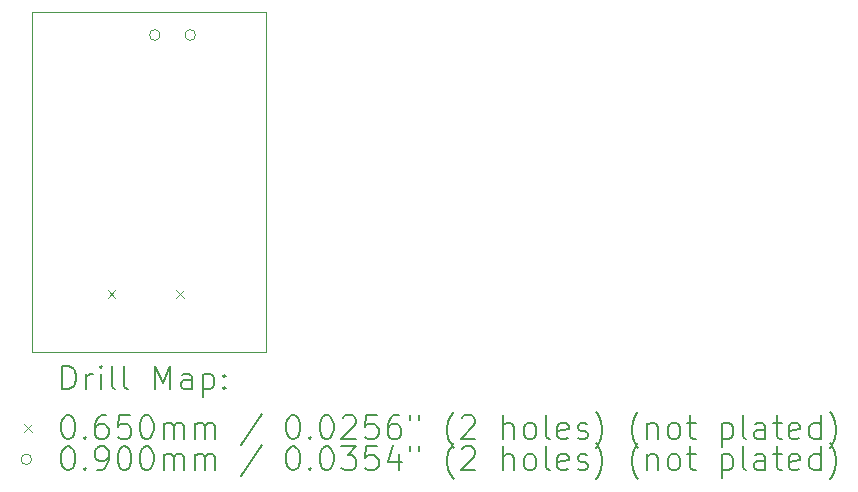
<source format=gbr>
%TF.GenerationSoftware,KiCad,Pcbnew,7.0.9-7.0.9~ubuntu22.04.1*%
%TF.CreationDate,2023-12-12T12:02:19+02:00*%
%TF.ProjectId,Haply_EE,4861706c-795f-4454-952e-6b696361645f,rev?*%
%TF.SameCoordinates,Original*%
%TF.FileFunction,Drillmap*%
%TF.FilePolarity,Positive*%
%FSLAX45Y45*%
G04 Gerber Fmt 4.5, Leading zero omitted, Abs format (unit mm)*
G04 Created by KiCad (PCBNEW 7.0.9-7.0.9~ubuntu22.04.1) date 2023-12-12 12:02:19*
%MOMM*%
%LPD*%
G01*
G04 APERTURE LIST*
%ADD10C,0.100000*%
%ADD11C,0.200000*%
G04 APERTURE END LIST*
D10*
X12200000Y-12325000D02*
X14175000Y-12325000D01*
X12225000Y-9450000D02*
X12200000Y-9450000D01*
X14175000Y-12325000D02*
X14175000Y-9450000D01*
X14175000Y-9450000D02*
X12225000Y-9450000D01*
X12200000Y-12325000D02*
X12200000Y-9450000D01*
D11*
D10*
X12838700Y-11803100D02*
X12903700Y-11868100D01*
X12903700Y-11803100D02*
X12838700Y-11868100D01*
X13416700Y-11803100D02*
X13481700Y-11868100D01*
X13481700Y-11803100D02*
X13416700Y-11868100D01*
X13282500Y-9641500D02*
G75*
G03*
X13282500Y-9641500I-45000J0D01*
G01*
X13582500Y-9641500D02*
G75*
G03*
X13582500Y-9641500I-45000J0D01*
G01*
D11*
X12455777Y-12641484D02*
X12455777Y-12441484D01*
X12455777Y-12441484D02*
X12503396Y-12441484D01*
X12503396Y-12441484D02*
X12531967Y-12451008D01*
X12531967Y-12451008D02*
X12551015Y-12470055D01*
X12551015Y-12470055D02*
X12560539Y-12489103D01*
X12560539Y-12489103D02*
X12570062Y-12527198D01*
X12570062Y-12527198D02*
X12570062Y-12555769D01*
X12570062Y-12555769D02*
X12560539Y-12593865D01*
X12560539Y-12593865D02*
X12551015Y-12612912D01*
X12551015Y-12612912D02*
X12531967Y-12631960D01*
X12531967Y-12631960D02*
X12503396Y-12641484D01*
X12503396Y-12641484D02*
X12455777Y-12641484D01*
X12655777Y-12641484D02*
X12655777Y-12508150D01*
X12655777Y-12546246D02*
X12665301Y-12527198D01*
X12665301Y-12527198D02*
X12674824Y-12517674D01*
X12674824Y-12517674D02*
X12693872Y-12508150D01*
X12693872Y-12508150D02*
X12712920Y-12508150D01*
X12779586Y-12641484D02*
X12779586Y-12508150D01*
X12779586Y-12441484D02*
X12770062Y-12451008D01*
X12770062Y-12451008D02*
X12779586Y-12460531D01*
X12779586Y-12460531D02*
X12789110Y-12451008D01*
X12789110Y-12451008D02*
X12779586Y-12441484D01*
X12779586Y-12441484D02*
X12779586Y-12460531D01*
X12903396Y-12641484D02*
X12884348Y-12631960D01*
X12884348Y-12631960D02*
X12874824Y-12612912D01*
X12874824Y-12612912D02*
X12874824Y-12441484D01*
X13008158Y-12641484D02*
X12989110Y-12631960D01*
X12989110Y-12631960D02*
X12979586Y-12612912D01*
X12979586Y-12612912D02*
X12979586Y-12441484D01*
X13236729Y-12641484D02*
X13236729Y-12441484D01*
X13236729Y-12441484D02*
X13303396Y-12584341D01*
X13303396Y-12584341D02*
X13370062Y-12441484D01*
X13370062Y-12441484D02*
X13370062Y-12641484D01*
X13551015Y-12641484D02*
X13551015Y-12536722D01*
X13551015Y-12536722D02*
X13541491Y-12517674D01*
X13541491Y-12517674D02*
X13522443Y-12508150D01*
X13522443Y-12508150D02*
X13484348Y-12508150D01*
X13484348Y-12508150D02*
X13465301Y-12517674D01*
X13551015Y-12631960D02*
X13531967Y-12641484D01*
X13531967Y-12641484D02*
X13484348Y-12641484D01*
X13484348Y-12641484D02*
X13465301Y-12631960D01*
X13465301Y-12631960D02*
X13455777Y-12612912D01*
X13455777Y-12612912D02*
X13455777Y-12593865D01*
X13455777Y-12593865D02*
X13465301Y-12574817D01*
X13465301Y-12574817D02*
X13484348Y-12565293D01*
X13484348Y-12565293D02*
X13531967Y-12565293D01*
X13531967Y-12565293D02*
X13551015Y-12555769D01*
X13646253Y-12508150D02*
X13646253Y-12708150D01*
X13646253Y-12517674D02*
X13665301Y-12508150D01*
X13665301Y-12508150D02*
X13703396Y-12508150D01*
X13703396Y-12508150D02*
X13722443Y-12517674D01*
X13722443Y-12517674D02*
X13731967Y-12527198D01*
X13731967Y-12527198D02*
X13741491Y-12546246D01*
X13741491Y-12546246D02*
X13741491Y-12603388D01*
X13741491Y-12603388D02*
X13731967Y-12622436D01*
X13731967Y-12622436D02*
X13722443Y-12631960D01*
X13722443Y-12631960D02*
X13703396Y-12641484D01*
X13703396Y-12641484D02*
X13665301Y-12641484D01*
X13665301Y-12641484D02*
X13646253Y-12631960D01*
X13827205Y-12622436D02*
X13836729Y-12631960D01*
X13836729Y-12631960D02*
X13827205Y-12641484D01*
X13827205Y-12641484D02*
X13817682Y-12631960D01*
X13817682Y-12631960D02*
X13827205Y-12622436D01*
X13827205Y-12622436D02*
X13827205Y-12641484D01*
X13827205Y-12517674D02*
X13836729Y-12527198D01*
X13836729Y-12527198D02*
X13827205Y-12536722D01*
X13827205Y-12536722D02*
X13817682Y-12527198D01*
X13817682Y-12527198D02*
X13827205Y-12517674D01*
X13827205Y-12517674D02*
X13827205Y-12536722D01*
D10*
X12130000Y-12937500D02*
X12195000Y-13002500D01*
X12195000Y-12937500D02*
X12130000Y-13002500D01*
D11*
X12493872Y-12861484D02*
X12512920Y-12861484D01*
X12512920Y-12861484D02*
X12531967Y-12871008D01*
X12531967Y-12871008D02*
X12541491Y-12880531D01*
X12541491Y-12880531D02*
X12551015Y-12899579D01*
X12551015Y-12899579D02*
X12560539Y-12937674D01*
X12560539Y-12937674D02*
X12560539Y-12985293D01*
X12560539Y-12985293D02*
X12551015Y-13023388D01*
X12551015Y-13023388D02*
X12541491Y-13042436D01*
X12541491Y-13042436D02*
X12531967Y-13051960D01*
X12531967Y-13051960D02*
X12512920Y-13061484D01*
X12512920Y-13061484D02*
X12493872Y-13061484D01*
X12493872Y-13061484D02*
X12474824Y-13051960D01*
X12474824Y-13051960D02*
X12465301Y-13042436D01*
X12465301Y-13042436D02*
X12455777Y-13023388D01*
X12455777Y-13023388D02*
X12446253Y-12985293D01*
X12446253Y-12985293D02*
X12446253Y-12937674D01*
X12446253Y-12937674D02*
X12455777Y-12899579D01*
X12455777Y-12899579D02*
X12465301Y-12880531D01*
X12465301Y-12880531D02*
X12474824Y-12871008D01*
X12474824Y-12871008D02*
X12493872Y-12861484D01*
X12646253Y-13042436D02*
X12655777Y-13051960D01*
X12655777Y-13051960D02*
X12646253Y-13061484D01*
X12646253Y-13061484D02*
X12636729Y-13051960D01*
X12636729Y-13051960D02*
X12646253Y-13042436D01*
X12646253Y-13042436D02*
X12646253Y-13061484D01*
X12827205Y-12861484D02*
X12789110Y-12861484D01*
X12789110Y-12861484D02*
X12770062Y-12871008D01*
X12770062Y-12871008D02*
X12760539Y-12880531D01*
X12760539Y-12880531D02*
X12741491Y-12909103D01*
X12741491Y-12909103D02*
X12731967Y-12947198D01*
X12731967Y-12947198D02*
X12731967Y-13023388D01*
X12731967Y-13023388D02*
X12741491Y-13042436D01*
X12741491Y-13042436D02*
X12751015Y-13051960D01*
X12751015Y-13051960D02*
X12770062Y-13061484D01*
X12770062Y-13061484D02*
X12808158Y-13061484D01*
X12808158Y-13061484D02*
X12827205Y-13051960D01*
X12827205Y-13051960D02*
X12836729Y-13042436D01*
X12836729Y-13042436D02*
X12846253Y-13023388D01*
X12846253Y-13023388D02*
X12846253Y-12975769D01*
X12846253Y-12975769D02*
X12836729Y-12956722D01*
X12836729Y-12956722D02*
X12827205Y-12947198D01*
X12827205Y-12947198D02*
X12808158Y-12937674D01*
X12808158Y-12937674D02*
X12770062Y-12937674D01*
X12770062Y-12937674D02*
X12751015Y-12947198D01*
X12751015Y-12947198D02*
X12741491Y-12956722D01*
X12741491Y-12956722D02*
X12731967Y-12975769D01*
X13027205Y-12861484D02*
X12931967Y-12861484D01*
X12931967Y-12861484D02*
X12922443Y-12956722D01*
X12922443Y-12956722D02*
X12931967Y-12947198D01*
X12931967Y-12947198D02*
X12951015Y-12937674D01*
X12951015Y-12937674D02*
X12998634Y-12937674D01*
X12998634Y-12937674D02*
X13017682Y-12947198D01*
X13017682Y-12947198D02*
X13027205Y-12956722D01*
X13027205Y-12956722D02*
X13036729Y-12975769D01*
X13036729Y-12975769D02*
X13036729Y-13023388D01*
X13036729Y-13023388D02*
X13027205Y-13042436D01*
X13027205Y-13042436D02*
X13017682Y-13051960D01*
X13017682Y-13051960D02*
X12998634Y-13061484D01*
X12998634Y-13061484D02*
X12951015Y-13061484D01*
X12951015Y-13061484D02*
X12931967Y-13051960D01*
X12931967Y-13051960D02*
X12922443Y-13042436D01*
X13160539Y-12861484D02*
X13179586Y-12861484D01*
X13179586Y-12861484D02*
X13198634Y-12871008D01*
X13198634Y-12871008D02*
X13208158Y-12880531D01*
X13208158Y-12880531D02*
X13217682Y-12899579D01*
X13217682Y-12899579D02*
X13227205Y-12937674D01*
X13227205Y-12937674D02*
X13227205Y-12985293D01*
X13227205Y-12985293D02*
X13217682Y-13023388D01*
X13217682Y-13023388D02*
X13208158Y-13042436D01*
X13208158Y-13042436D02*
X13198634Y-13051960D01*
X13198634Y-13051960D02*
X13179586Y-13061484D01*
X13179586Y-13061484D02*
X13160539Y-13061484D01*
X13160539Y-13061484D02*
X13141491Y-13051960D01*
X13141491Y-13051960D02*
X13131967Y-13042436D01*
X13131967Y-13042436D02*
X13122443Y-13023388D01*
X13122443Y-13023388D02*
X13112920Y-12985293D01*
X13112920Y-12985293D02*
X13112920Y-12937674D01*
X13112920Y-12937674D02*
X13122443Y-12899579D01*
X13122443Y-12899579D02*
X13131967Y-12880531D01*
X13131967Y-12880531D02*
X13141491Y-12871008D01*
X13141491Y-12871008D02*
X13160539Y-12861484D01*
X13312920Y-13061484D02*
X13312920Y-12928150D01*
X13312920Y-12947198D02*
X13322443Y-12937674D01*
X13322443Y-12937674D02*
X13341491Y-12928150D01*
X13341491Y-12928150D02*
X13370063Y-12928150D01*
X13370063Y-12928150D02*
X13389110Y-12937674D01*
X13389110Y-12937674D02*
X13398634Y-12956722D01*
X13398634Y-12956722D02*
X13398634Y-13061484D01*
X13398634Y-12956722D02*
X13408158Y-12937674D01*
X13408158Y-12937674D02*
X13427205Y-12928150D01*
X13427205Y-12928150D02*
X13455777Y-12928150D01*
X13455777Y-12928150D02*
X13474824Y-12937674D01*
X13474824Y-12937674D02*
X13484348Y-12956722D01*
X13484348Y-12956722D02*
X13484348Y-13061484D01*
X13579586Y-13061484D02*
X13579586Y-12928150D01*
X13579586Y-12947198D02*
X13589110Y-12937674D01*
X13589110Y-12937674D02*
X13608158Y-12928150D01*
X13608158Y-12928150D02*
X13636729Y-12928150D01*
X13636729Y-12928150D02*
X13655777Y-12937674D01*
X13655777Y-12937674D02*
X13665301Y-12956722D01*
X13665301Y-12956722D02*
X13665301Y-13061484D01*
X13665301Y-12956722D02*
X13674824Y-12937674D01*
X13674824Y-12937674D02*
X13693872Y-12928150D01*
X13693872Y-12928150D02*
X13722443Y-12928150D01*
X13722443Y-12928150D02*
X13741491Y-12937674D01*
X13741491Y-12937674D02*
X13751015Y-12956722D01*
X13751015Y-12956722D02*
X13751015Y-13061484D01*
X14141491Y-12851960D02*
X13970063Y-13109103D01*
X14398634Y-12861484D02*
X14417682Y-12861484D01*
X14417682Y-12861484D02*
X14436729Y-12871008D01*
X14436729Y-12871008D02*
X14446253Y-12880531D01*
X14446253Y-12880531D02*
X14455777Y-12899579D01*
X14455777Y-12899579D02*
X14465301Y-12937674D01*
X14465301Y-12937674D02*
X14465301Y-12985293D01*
X14465301Y-12985293D02*
X14455777Y-13023388D01*
X14455777Y-13023388D02*
X14446253Y-13042436D01*
X14446253Y-13042436D02*
X14436729Y-13051960D01*
X14436729Y-13051960D02*
X14417682Y-13061484D01*
X14417682Y-13061484D02*
X14398634Y-13061484D01*
X14398634Y-13061484D02*
X14379586Y-13051960D01*
X14379586Y-13051960D02*
X14370063Y-13042436D01*
X14370063Y-13042436D02*
X14360539Y-13023388D01*
X14360539Y-13023388D02*
X14351015Y-12985293D01*
X14351015Y-12985293D02*
X14351015Y-12937674D01*
X14351015Y-12937674D02*
X14360539Y-12899579D01*
X14360539Y-12899579D02*
X14370063Y-12880531D01*
X14370063Y-12880531D02*
X14379586Y-12871008D01*
X14379586Y-12871008D02*
X14398634Y-12861484D01*
X14551015Y-13042436D02*
X14560539Y-13051960D01*
X14560539Y-13051960D02*
X14551015Y-13061484D01*
X14551015Y-13061484D02*
X14541491Y-13051960D01*
X14541491Y-13051960D02*
X14551015Y-13042436D01*
X14551015Y-13042436D02*
X14551015Y-13061484D01*
X14684348Y-12861484D02*
X14703396Y-12861484D01*
X14703396Y-12861484D02*
X14722444Y-12871008D01*
X14722444Y-12871008D02*
X14731967Y-12880531D01*
X14731967Y-12880531D02*
X14741491Y-12899579D01*
X14741491Y-12899579D02*
X14751015Y-12937674D01*
X14751015Y-12937674D02*
X14751015Y-12985293D01*
X14751015Y-12985293D02*
X14741491Y-13023388D01*
X14741491Y-13023388D02*
X14731967Y-13042436D01*
X14731967Y-13042436D02*
X14722444Y-13051960D01*
X14722444Y-13051960D02*
X14703396Y-13061484D01*
X14703396Y-13061484D02*
X14684348Y-13061484D01*
X14684348Y-13061484D02*
X14665301Y-13051960D01*
X14665301Y-13051960D02*
X14655777Y-13042436D01*
X14655777Y-13042436D02*
X14646253Y-13023388D01*
X14646253Y-13023388D02*
X14636729Y-12985293D01*
X14636729Y-12985293D02*
X14636729Y-12937674D01*
X14636729Y-12937674D02*
X14646253Y-12899579D01*
X14646253Y-12899579D02*
X14655777Y-12880531D01*
X14655777Y-12880531D02*
X14665301Y-12871008D01*
X14665301Y-12871008D02*
X14684348Y-12861484D01*
X14827206Y-12880531D02*
X14836729Y-12871008D01*
X14836729Y-12871008D02*
X14855777Y-12861484D01*
X14855777Y-12861484D02*
X14903396Y-12861484D01*
X14903396Y-12861484D02*
X14922444Y-12871008D01*
X14922444Y-12871008D02*
X14931967Y-12880531D01*
X14931967Y-12880531D02*
X14941491Y-12899579D01*
X14941491Y-12899579D02*
X14941491Y-12918627D01*
X14941491Y-12918627D02*
X14931967Y-12947198D01*
X14931967Y-12947198D02*
X14817682Y-13061484D01*
X14817682Y-13061484D02*
X14941491Y-13061484D01*
X15122444Y-12861484D02*
X15027206Y-12861484D01*
X15027206Y-12861484D02*
X15017682Y-12956722D01*
X15017682Y-12956722D02*
X15027206Y-12947198D01*
X15027206Y-12947198D02*
X15046253Y-12937674D01*
X15046253Y-12937674D02*
X15093872Y-12937674D01*
X15093872Y-12937674D02*
X15112920Y-12947198D01*
X15112920Y-12947198D02*
X15122444Y-12956722D01*
X15122444Y-12956722D02*
X15131967Y-12975769D01*
X15131967Y-12975769D02*
X15131967Y-13023388D01*
X15131967Y-13023388D02*
X15122444Y-13042436D01*
X15122444Y-13042436D02*
X15112920Y-13051960D01*
X15112920Y-13051960D02*
X15093872Y-13061484D01*
X15093872Y-13061484D02*
X15046253Y-13061484D01*
X15046253Y-13061484D02*
X15027206Y-13051960D01*
X15027206Y-13051960D02*
X15017682Y-13042436D01*
X15303396Y-12861484D02*
X15265301Y-12861484D01*
X15265301Y-12861484D02*
X15246253Y-12871008D01*
X15246253Y-12871008D02*
X15236729Y-12880531D01*
X15236729Y-12880531D02*
X15217682Y-12909103D01*
X15217682Y-12909103D02*
X15208158Y-12947198D01*
X15208158Y-12947198D02*
X15208158Y-13023388D01*
X15208158Y-13023388D02*
X15217682Y-13042436D01*
X15217682Y-13042436D02*
X15227206Y-13051960D01*
X15227206Y-13051960D02*
X15246253Y-13061484D01*
X15246253Y-13061484D02*
X15284348Y-13061484D01*
X15284348Y-13061484D02*
X15303396Y-13051960D01*
X15303396Y-13051960D02*
X15312920Y-13042436D01*
X15312920Y-13042436D02*
X15322444Y-13023388D01*
X15322444Y-13023388D02*
X15322444Y-12975769D01*
X15322444Y-12975769D02*
X15312920Y-12956722D01*
X15312920Y-12956722D02*
X15303396Y-12947198D01*
X15303396Y-12947198D02*
X15284348Y-12937674D01*
X15284348Y-12937674D02*
X15246253Y-12937674D01*
X15246253Y-12937674D02*
X15227206Y-12947198D01*
X15227206Y-12947198D02*
X15217682Y-12956722D01*
X15217682Y-12956722D02*
X15208158Y-12975769D01*
X15398634Y-12861484D02*
X15398634Y-12899579D01*
X15474825Y-12861484D02*
X15474825Y-12899579D01*
X15770063Y-13137674D02*
X15760539Y-13128150D01*
X15760539Y-13128150D02*
X15741491Y-13099579D01*
X15741491Y-13099579D02*
X15731968Y-13080531D01*
X15731968Y-13080531D02*
X15722444Y-13051960D01*
X15722444Y-13051960D02*
X15712920Y-13004341D01*
X15712920Y-13004341D02*
X15712920Y-12966246D01*
X15712920Y-12966246D02*
X15722444Y-12918627D01*
X15722444Y-12918627D02*
X15731968Y-12890055D01*
X15731968Y-12890055D02*
X15741491Y-12871008D01*
X15741491Y-12871008D02*
X15760539Y-12842436D01*
X15760539Y-12842436D02*
X15770063Y-12832912D01*
X15836729Y-12880531D02*
X15846253Y-12871008D01*
X15846253Y-12871008D02*
X15865301Y-12861484D01*
X15865301Y-12861484D02*
X15912920Y-12861484D01*
X15912920Y-12861484D02*
X15931968Y-12871008D01*
X15931968Y-12871008D02*
X15941491Y-12880531D01*
X15941491Y-12880531D02*
X15951015Y-12899579D01*
X15951015Y-12899579D02*
X15951015Y-12918627D01*
X15951015Y-12918627D02*
X15941491Y-12947198D01*
X15941491Y-12947198D02*
X15827206Y-13061484D01*
X15827206Y-13061484D02*
X15951015Y-13061484D01*
X16189110Y-13061484D02*
X16189110Y-12861484D01*
X16274825Y-13061484D02*
X16274825Y-12956722D01*
X16274825Y-12956722D02*
X16265301Y-12937674D01*
X16265301Y-12937674D02*
X16246253Y-12928150D01*
X16246253Y-12928150D02*
X16217682Y-12928150D01*
X16217682Y-12928150D02*
X16198634Y-12937674D01*
X16198634Y-12937674D02*
X16189110Y-12947198D01*
X16398634Y-13061484D02*
X16379587Y-13051960D01*
X16379587Y-13051960D02*
X16370063Y-13042436D01*
X16370063Y-13042436D02*
X16360539Y-13023388D01*
X16360539Y-13023388D02*
X16360539Y-12966246D01*
X16360539Y-12966246D02*
X16370063Y-12947198D01*
X16370063Y-12947198D02*
X16379587Y-12937674D01*
X16379587Y-12937674D02*
X16398634Y-12928150D01*
X16398634Y-12928150D02*
X16427206Y-12928150D01*
X16427206Y-12928150D02*
X16446253Y-12937674D01*
X16446253Y-12937674D02*
X16455777Y-12947198D01*
X16455777Y-12947198D02*
X16465301Y-12966246D01*
X16465301Y-12966246D02*
X16465301Y-13023388D01*
X16465301Y-13023388D02*
X16455777Y-13042436D01*
X16455777Y-13042436D02*
X16446253Y-13051960D01*
X16446253Y-13051960D02*
X16427206Y-13061484D01*
X16427206Y-13061484D02*
X16398634Y-13061484D01*
X16579587Y-13061484D02*
X16560539Y-13051960D01*
X16560539Y-13051960D02*
X16551015Y-13032912D01*
X16551015Y-13032912D02*
X16551015Y-12861484D01*
X16731968Y-13051960D02*
X16712920Y-13061484D01*
X16712920Y-13061484D02*
X16674825Y-13061484D01*
X16674825Y-13061484D02*
X16655777Y-13051960D01*
X16655777Y-13051960D02*
X16646253Y-13032912D01*
X16646253Y-13032912D02*
X16646253Y-12956722D01*
X16646253Y-12956722D02*
X16655777Y-12937674D01*
X16655777Y-12937674D02*
X16674825Y-12928150D01*
X16674825Y-12928150D02*
X16712920Y-12928150D01*
X16712920Y-12928150D02*
X16731968Y-12937674D01*
X16731968Y-12937674D02*
X16741491Y-12956722D01*
X16741491Y-12956722D02*
X16741491Y-12975769D01*
X16741491Y-12975769D02*
X16646253Y-12994817D01*
X16817682Y-13051960D02*
X16836730Y-13061484D01*
X16836730Y-13061484D02*
X16874825Y-13061484D01*
X16874825Y-13061484D02*
X16893873Y-13051960D01*
X16893873Y-13051960D02*
X16903396Y-13032912D01*
X16903396Y-13032912D02*
X16903396Y-13023388D01*
X16903396Y-13023388D02*
X16893873Y-13004341D01*
X16893873Y-13004341D02*
X16874825Y-12994817D01*
X16874825Y-12994817D02*
X16846253Y-12994817D01*
X16846253Y-12994817D02*
X16827206Y-12985293D01*
X16827206Y-12985293D02*
X16817682Y-12966246D01*
X16817682Y-12966246D02*
X16817682Y-12956722D01*
X16817682Y-12956722D02*
X16827206Y-12937674D01*
X16827206Y-12937674D02*
X16846253Y-12928150D01*
X16846253Y-12928150D02*
X16874825Y-12928150D01*
X16874825Y-12928150D02*
X16893873Y-12937674D01*
X16970063Y-13137674D02*
X16979587Y-13128150D01*
X16979587Y-13128150D02*
X16998634Y-13099579D01*
X16998634Y-13099579D02*
X17008158Y-13080531D01*
X17008158Y-13080531D02*
X17017682Y-13051960D01*
X17017682Y-13051960D02*
X17027206Y-13004341D01*
X17027206Y-13004341D02*
X17027206Y-12966246D01*
X17027206Y-12966246D02*
X17017682Y-12918627D01*
X17017682Y-12918627D02*
X17008158Y-12890055D01*
X17008158Y-12890055D02*
X16998634Y-12871008D01*
X16998634Y-12871008D02*
X16979587Y-12842436D01*
X16979587Y-12842436D02*
X16970063Y-12832912D01*
X17331968Y-13137674D02*
X17322444Y-13128150D01*
X17322444Y-13128150D02*
X17303396Y-13099579D01*
X17303396Y-13099579D02*
X17293873Y-13080531D01*
X17293873Y-13080531D02*
X17284349Y-13051960D01*
X17284349Y-13051960D02*
X17274825Y-13004341D01*
X17274825Y-13004341D02*
X17274825Y-12966246D01*
X17274825Y-12966246D02*
X17284349Y-12918627D01*
X17284349Y-12918627D02*
X17293873Y-12890055D01*
X17293873Y-12890055D02*
X17303396Y-12871008D01*
X17303396Y-12871008D02*
X17322444Y-12842436D01*
X17322444Y-12842436D02*
X17331968Y-12832912D01*
X17408158Y-12928150D02*
X17408158Y-13061484D01*
X17408158Y-12947198D02*
X17417682Y-12937674D01*
X17417682Y-12937674D02*
X17436730Y-12928150D01*
X17436730Y-12928150D02*
X17465301Y-12928150D01*
X17465301Y-12928150D02*
X17484349Y-12937674D01*
X17484349Y-12937674D02*
X17493873Y-12956722D01*
X17493873Y-12956722D02*
X17493873Y-13061484D01*
X17617682Y-13061484D02*
X17598634Y-13051960D01*
X17598634Y-13051960D02*
X17589111Y-13042436D01*
X17589111Y-13042436D02*
X17579587Y-13023388D01*
X17579587Y-13023388D02*
X17579587Y-12966246D01*
X17579587Y-12966246D02*
X17589111Y-12947198D01*
X17589111Y-12947198D02*
X17598634Y-12937674D01*
X17598634Y-12937674D02*
X17617682Y-12928150D01*
X17617682Y-12928150D02*
X17646254Y-12928150D01*
X17646254Y-12928150D02*
X17665301Y-12937674D01*
X17665301Y-12937674D02*
X17674825Y-12947198D01*
X17674825Y-12947198D02*
X17684349Y-12966246D01*
X17684349Y-12966246D02*
X17684349Y-13023388D01*
X17684349Y-13023388D02*
X17674825Y-13042436D01*
X17674825Y-13042436D02*
X17665301Y-13051960D01*
X17665301Y-13051960D02*
X17646254Y-13061484D01*
X17646254Y-13061484D02*
X17617682Y-13061484D01*
X17741492Y-12928150D02*
X17817682Y-12928150D01*
X17770063Y-12861484D02*
X17770063Y-13032912D01*
X17770063Y-13032912D02*
X17779587Y-13051960D01*
X17779587Y-13051960D02*
X17798634Y-13061484D01*
X17798634Y-13061484D02*
X17817682Y-13061484D01*
X18036730Y-12928150D02*
X18036730Y-13128150D01*
X18036730Y-12937674D02*
X18055777Y-12928150D01*
X18055777Y-12928150D02*
X18093873Y-12928150D01*
X18093873Y-12928150D02*
X18112920Y-12937674D01*
X18112920Y-12937674D02*
X18122444Y-12947198D01*
X18122444Y-12947198D02*
X18131968Y-12966246D01*
X18131968Y-12966246D02*
X18131968Y-13023388D01*
X18131968Y-13023388D02*
X18122444Y-13042436D01*
X18122444Y-13042436D02*
X18112920Y-13051960D01*
X18112920Y-13051960D02*
X18093873Y-13061484D01*
X18093873Y-13061484D02*
X18055777Y-13061484D01*
X18055777Y-13061484D02*
X18036730Y-13051960D01*
X18246254Y-13061484D02*
X18227206Y-13051960D01*
X18227206Y-13051960D02*
X18217682Y-13032912D01*
X18217682Y-13032912D02*
X18217682Y-12861484D01*
X18408158Y-13061484D02*
X18408158Y-12956722D01*
X18408158Y-12956722D02*
X18398635Y-12937674D01*
X18398635Y-12937674D02*
X18379587Y-12928150D01*
X18379587Y-12928150D02*
X18341492Y-12928150D01*
X18341492Y-12928150D02*
X18322444Y-12937674D01*
X18408158Y-13051960D02*
X18389111Y-13061484D01*
X18389111Y-13061484D02*
X18341492Y-13061484D01*
X18341492Y-13061484D02*
X18322444Y-13051960D01*
X18322444Y-13051960D02*
X18312920Y-13032912D01*
X18312920Y-13032912D02*
X18312920Y-13013865D01*
X18312920Y-13013865D02*
X18322444Y-12994817D01*
X18322444Y-12994817D02*
X18341492Y-12985293D01*
X18341492Y-12985293D02*
X18389111Y-12985293D01*
X18389111Y-12985293D02*
X18408158Y-12975769D01*
X18474825Y-12928150D02*
X18551015Y-12928150D01*
X18503396Y-12861484D02*
X18503396Y-13032912D01*
X18503396Y-13032912D02*
X18512920Y-13051960D01*
X18512920Y-13051960D02*
X18531968Y-13061484D01*
X18531968Y-13061484D02*
X18551015Y-13061484D01*
X18693873Y-13051960D02*
X18674825Y-13061484D01*
X18674825Y-13061484D02*
X18636730Y-13061484D01*
X18636730Y-13061484D02*
X18617682Y-13051960D01*
X18617682Y-13051960D02*
X18608158Y-13032912D01*
X18608158Y-13032912D02*
X18608158Y-12956722D01*
X18608158Y-12956722D02*
X18617682Y-12937674D01*
X18617682Y-12937674D02*
X18636730Y-12928150D01*
X18636730Y-12928150D02*
X18674825Y-12928150D01*
X18674825Y-12928150D02*
X18693873Y-12937674D01*
X18693873Y-12937674D02*
X18703396Y-12956722D01*
X18703396Y-12956722D02*
X18703396Y-12975769D01*
X18703396Y-12975769D02*
X18608158Y-12994817D01*
X18874825Y-13061484D02*
X18874825Y-12861484D01*
X18874825Y-13051960D02*
X18855777Y-13061484D01*
X18855777Y-13061484D02*
X18817682Y-13061484D01*
X18817682Y-13061484D02*
X18798635Y-13051960D01*
X18798635Y-13051960D02*
X18789111Y-13042436D01*
X18789111Y-13042436D02*
X18779587Y-13023388D01*
X18779587Y-13023388D02*
X18779587Y-12966246D01*
X18779587Y-12966246D02*
X18789111Y-12947198D01*
X18789111Y-12947198D02*
X18798635Y-12937674D01*
X18798635Y-12937674D02*
X18817682Y-12928150D01*
X18817682Y-12928150D02*
X18855777Y-12928150D01*
X18855777Y-12928150D02*
X18874825Y-12937674D01*
X18951016Y-13137674D02*
X18960539Y-13128150D01*
X18960539Y-13128150D02*
X18979587Y-13099579D01*
X18979587Y-13099579D02*
X18989111Y-13080531D01*
X18989111Y-13080531D02*
X18998635Y-13051960D01*
X18998635Y-13051960D02*
X19008158Y-13004341D01*
X19008158Y-13004341D02*
X19008158Y-12966246D01*
X19008158Y-12966246D02*
X18998635Y-12918627D01*
X18998635Y-12918627D02*
X18989111Y-12890055D01*
X18989111Y-12890055D02*
X18979587Y-12871008D01*
X18979587Y-12871008D02*
X18960539Y-12842436D01*
X18960539Y-12842436D02*
X18951016Y-12832912D01*
D10*
X12195000Y-13234000D02*
G75*
G03*
X12195000Y-13234000I-45000J0D01*
G01*
D11*
X12493872Y-13125484D02*
X12512920Y-13125484D01*
X12512920Y-13125484D02*
X12531967Y-13135008D01*
X12531967Y-13135008D02*
X12541491Y-13144531D01*
X12541491Y-13144531D02*
X12551015Y-13163579D01*
X12551015Y-13163579D02*
X12560539Y-13201674D01*
X12560539Y-13201674D02*
X12560539Y-13249293D01*
X12560539Y-13249293D02*
X12551015Y-13287388D01*
X12551015Y-13287388D02*
X12541491Y-13306436D01*
X12541491Y-13306436D02*
X12531967Y-13315960D01*
X12531967Y-13315960D02*
X12512920Y-13325484D01*
X12512920Y-13325484D02*
X12493872Y-13325484D01*
X12493872Y-13325484D02*
X12474824Y-13315960D01*
X12474824Y-13315960D02*
X12465301Y-13306436D01*
X12465301Y-13306436D02*
X12455777Y-13287388D01*
X12455777Y-13287388D02*
X12446253Y-13249293D01*
X12446253Y-13249293D02*
X12446253Y-13201674D01*
X12446253Y-13201674D02*
X12455777Y-13163579D01*
X12455777Y-13163579D02*
X12465301Y-13144531D01*
X12465301Y-13144531D02*
X12474824Y-13135008D01*
X12474824Y-13135008D02*
X12493872Y-13125484D01*
X12646253Y-13306436D02*
X12655777Y-13315960D01*
X12655777Y-13315960D02*
X12646253Y-13325484D01*
X12646253Y-13325484D02*
X12636729Y-13315960D01*
X12636729Y-13315960D02*
X12646253Y-13306436D01*
X12646253Y-13306436D02*
X12646253Y-13325484D01*
X12751015Y-13325484D02*
X12789110Y-13325484D01*
X12789110Y-13325484D02*
X12808158Y-13315960D01*
X12808158Y-13315960D02*
X12817682Y-13306436D01*
X12817682Y-13306436D02*
X12836729Y-13277865D01*
X12836729Y-13277865D02*
X12846253Y-13239769D01*
X12846253Y-13239769D02*
X12846253Y-13163579D01*
X12846253Y-13163579D02*
X12836729Y-13144531D01*
X12836729Y-13144531D02*
X12827205Y-13135008D01*
X12827205Y-13135008D02*
X12808158Y-13125484D01*
X12808158Y-13125484D02*
X12770062Y-13125484D01*
X12770062Y-13125484D02*
X12751015Y-13135008D01*
X12751015Y-13135008D02*
X12741491Y-13144531D01*
X12741491Y-13144531D02*
X12731967Y-13163579D01*
X12731967Y-13163579D02*
X12731967Y-13211198D01*
X12731967Y-13211198D02*
X12741491Y-13230246D01*
X12741491Y-13230246D02*
X12751015Y-13239769D01*
X12751015Y-13239769D02*
X12770062Y-13249293D01*
X12770062Y-13249293D02*
X12808158Y-13249293D01*
X12808158Y-13249293D02*
X12827205Y-13239769D01*
X12827205Y-13239769D02*
X12836729Y-13230246D01*
X12836729Y-13230246D02*
X12846253Y-13211198D01*
X12970062Y-13125484D02*
X12989110Y-13125484D01*
X12989110Y-13125484D02*
X13008158Y-13135008D01*
X13008158Y-13135008D02*
X13017682Y-13144531D01*
X13017682Y-13144531D02*
X13027205Y-13163579D01*
X13027205Y-13163579D02*
X13036729Y-13201674D01*
X13036729Y-13201674D02*
X13036729Y-13249293D01*
X13036729Y-13249293D02*
X13027205Y-13287388D01*
X13027205Y-13287388D02*
X13017682Y-13306436D01*
X13017682Y-13306436D02*
X13008158Y-13315960D01*
X13008158Y-13315960D02*
X12989110Y-13325484D01*
X12989110Y-13325484D02*
X12970062Y-13325484D01*
X12970062Y-13325484D02*
X12951015Y-13315960D01*
X12951015Y-13315960D02*
X12941491Y-13306436D01*
X12941491Y-13306436D02*
X12931967Y-13287388D01*
X12931967Y-13287388D02*
X12922443Y-13249293D01*
X12922443Y-13249293D02*
X12922443Y-13201674D01*
X12922443Y-13201674D02*
X12931967Y-13163579D01*
X12931967Y-13163579D02*
X12941491Y-13144531D01*
X12941491Y-13144531D02*
X12951015Y-13135008D01*
X12951015Y-13135008D02*
X12970062Y-13125484D01*
X13160539Y-13125484D02*
X13179586Y-13125484D01*
X13179586Y-13125484D02*
X13198634Y-13135008D01*
X13198634Y-13135008D02*
X13208158Y-13144531D01*
X13208158Y-13144531D02*
X13217682Y-13163579D01*
X13217682Y-13163579D02*
X13227205Y-13201674D01*
X13227205Y-13201674D02*
X13227205Y-13249293D01*
X13227205Y-13249293D02*
X13217682Y-13287388D01*
X13217682Y-13287388D02*
X13208158Y-13306436D01*
X13208158Y-13306436D02*
X13198634Y-13315960D01*
X13198634Y-13315960D02*
X13179586Y-13325484D01*
X13179586Y-13325484D02*
X13160539Y-13325484D01*
X13160539Y-13325484D02*
X13141491Y-13315960D01*
X13141491Y-13315960D02*
X13131967Y-13306436D01*
X13131967Y-13306436D02*
X13122443Y-13287388D01*
X13122443Y-13287388D02*
X13112920Y-13249293D01*
X13112920Y-13249293D02*
X13112920Y-13201674D01*
X13112920Y-13201674D02*
X13122443Y-13163579D01*
X13122443Y-13163579D02*
X13131967Y-13144531D01*
X13131967Y-13144531D02*
X13141491Y-13135008D01*
X13141491Y-13135008D02*
X13160539Y-13125484D01*
X13312920Y-13325484D02*
X13312920Y-13192150D01*
X13312920Y-13211198D02*
X13322443Y-13201674D01*
X13322443Y-13201674D02*
X13341491Y-13192150D01*
X13341491Y-13192150D02*
X13370063Y-13192150D01*
X13370063Y-13192150D02*
X13389110Y-13201674D01*
X13389110Y-13201674D02*
X13398634Y-13220722D01*
X13398634Y-13220722D02*
X13398634Y-13325484D01*
X13398634Y-13220722D02*
X13408158Y-13201674D01*
X13408158Y-13201674D02*
X13427205Y-13192150D01*
X13427205Y-13192150D02*
X13455777Y-13192150D01*
X13455777Y-13192150D02*
X13474824Y-13201674D01*
X13474824Y-13201674D02*
X13484348Y-13220722D01*
X13484348Y-13220722D02*
X13484348Y-13325484D01*
X13579586Y-13325484D02*
X13579586Y-13192150D01*
X13579586Y-13211198D02*
X13589110Y-13201674D01*
X13589110Y-13201674D02*
X13608158Y-13192150D01*
X13608158Y-13192150D02*
X13636729Y-13192150D01*
X13636729Y-13192150D02*
X13655777Y-13201674D01*
X13655777Y-13201674D02*
X13665301Y-13220722D01*
X13665301Y-13220722D02*
X13665301Y-13325484D01*
X13665301Y-13220722D02*
X13674824Y-13201674D01*
X13674824Y-13201674D02*
X13693872Y-13192150D01*
X13693872Y-13192150D02*
X13722443Y-13192150D01*
X13722443Y-13192150D02*
X13741491Y-13201674D01*
X13741491Y-13201674D02*
X13751015Y-13220722D01*
X13751015Y-13220722D02*
X13751015Y-13325484D01*
X14141491Y-13115960D02*
X13970063Y-13373103D01*
X14398634Y-13125484D02*
X14417682Y-13125484D01*
X14417682Y-13125484D02*
X14436729Y-13135008D01*
X14436729Y-13135008D02*
X14446253Y-13144531D01*
X14446253Y-13144531D02*
X14455777Y-13163579D01*
X14455777Y-13163579D02*
X14465301Y-13201674D01*
X14465301Y-13201674D02*
X14465301Y-13249293D01*
X14465301Y-13249293D02*
X14455777Y-13287388D01*
X14455777Y-13287388D02*
X14446253Y-13306436D01*
X14446253Y-13306436D02*
X14436729Y-13315960D01*
X14436729Y-13315960D02*
X14417682Y-13325484D01*
X14417682Y-13325484D02*
X14398634Y-13325484D01*
X14398634Y-13325484D02*
X14379586Y-13315960D01*
X14379586Y-13315960D02*
X14370063Y-13306436D01*
X14370063Y-13306436D02*
X14360539Y-13287388D01*
X14360539Y-13287388D02*
X14351015Y-13249293D01*
X14351015Y-13249293D02*
X14351015Y-13201674D01*
X14351015Y-13201674D02*
X14360539Y-13163579D01*
X14360539Y-13163579D02*
X14370063Y-13144531D01*
X14370063Y-13144531D02*
X14379586Y-13135008D01*
X14379586Y-13135008D02*
X14398634Y-13125484D01*
X14551015Y-13306436D02*
X14560539Y-13315960D01*
X14560539Y-13315960D02*
X14551015Y-13325484D01*
X14551015Y-13325484D02*
X14541491Y-13315960D01*
X14541491Y-13315960D02*
X14551015Y-13306436D01*
X14551015Y-13306436D02*
X14551015Y-13325484D01*
X14684348Y-13125484D02*
X14703396Y-13125484D01*
X14703396Y-13125484D02*
X14722444Y-13135008D01*
X14722444Y-13135008D02*
X14731967Y-13144531D01*
X14731967Y-13144531D02*
X14741491Y-13163579D01*
X14741491Y-13163579D02*
X14751015Y-13201674D01*
X14751015Y-13201674D02*
X14751015Y-13249293D01*
X14751015Y-13249293D02*
X14741491Y-13287388D01*
X14741491Y-13287388D02*
X14731967Y-13306436D01*
X14731967Y-13306436D02*
X14722444Y-13315960D01*
X14722444Y-13315960D02*
X14703396Y-13325484D01*
X14703396Y-13325484D02*
X14684348Y-13325484D01*
X14684348Y-13325484D02*
X14665301Y-13315960D01*
X14665301Y-13315960D02*
X14655777Y-13306436D01*
X14655777Y-13306436D02*
X14646253Y-13287388D01*
X14646253Y-13287388D02*
X14636729Y-13249293D01*
X14636729Y-13249293D02*
X14636729Y-13201674D01*
X14636729Y-13201674D02*
X14646253Y-13163579D01*
X14646253Y-13163579D02*
X14655777Y-13144531D01*
X14655777Y-13144531D02*
X14665301Y-13135008D01*
X14665301Y-13135008D02*
X14684348Y-13125484D01*
X14817682Y-13125484D02*
X14941491Y-13125484D01*
X14941491Y-13125484D02*
X14874825Y-13201674D01*
X14874825Y-13201674D02*
X14903396Y-13201674D01*
X14903396Y-13201674D02*
X14922444Y-13211198D01*
X14922444Y-13211198D02*
X14931967Y-13220722D01*
X14931967Y-13220722D02*
X14941491Y-13239769D01*
X14941491Y-13239769D02*
X14941491Y-13287388D01*
X14941491Y-13287388D02*
X14931967Y-13306436D01*
X14931967Y-13306436D02*
X14922444Y-13315960D01*
X14922444Y-13315960D02*
X14903396Y-13325484D01*
X14903396Y-13325484D02*
X14846253Y-13325484D01*
X14846253Y-13325484D02*
X14827206Y-13315960D01*
X14827206Y-13315960D02*
X14817682Y-13306436D01*
X15122444Y-13125484D02*
X15027206Y-13125484D01*
X15027206Y-13125484D02*
X15017682Y-13220722D01*
X15017682Y-13220722D02*
X15027206Y-13211198D01*
X15027206Y-13211198D02*
X15046253Y-13201674D01*
X15046253Y-13201674D02*
X15093872Y-13201674D01*
X15093872Y-13201674D02*
X15112920Y-13211198D01*
X15112920Y-13211198D02*
X15122444Y-13220722D01*
X15122444Y-13220722D02*
X15131967Y-13239769D01*
X15131967Y-13239769D02*
X15131967Y-13287388D01*
X15131967Y-13287388D02*
X15122444Y-13306436D01*
X15122444Y-13306436D02*
X15112920Y-13315960D01*
X15112920Y-13315960D02*
X15093872Y-13325484D01*
X15093872Y-13325484D02*
X15046253Y-13325484D01*
X15046253Y-13325484D02*
X15027206Y-13315960D01*
X15027206Y-13315960D02*
X15017682Y-13306436D01*
X15303396Y-13192150D02*
X15303396Y-13325484D01*
X15255777Y-13115960D02*
X15208158Y-13258817D01*
X15208158Y-13258817D02*
X15331967Y-13258817D01*
X15398634Y-13125484D02*
X15398634Y-13163579D01*
X15474825Y-13125484D02*
X15474825Y-13163579D01*
X15770063Y-13401674D02*
X15760539Y-13392150D01*
X15760539Y-13392150D02*
X15741491Y-13363579D01*
X15741491Y-13363579D02*
X15731968Y-13344531D01*
X15731968Y-13344531D02*
X15722444Y-13315960D01*
X15722444Y-13315960D02*
X15712920Y-13268341D01*
X15712920Y-13268341D02*
X15712920Y-13230246D01*
X15712920Y-13230246D02*
X15722444Y-13182627D01*
X15722444Y-13182627D02*
X15731968Y-13154055D01*
X15731968Y-13154055D02*
X15741491Y-13135008D01*
X15741491Y-13135008D02*
X15760539Y-13106436D01*
X15760539Y-13106436D02*
X15770063Y-13096912D01*
X15836729Y-13144531D02*
X15846253Y-13135008D01*
X15846253Y-13135008D02*
X15865301Y-13125484D01*
X15865301Y-13125484D02*
X15912920Y-13125484D01*
X15912920Y-13125484D02*
X15931968Y-13135008D01*
X15931968Y-13135008D02*
X15941491Y-13144531D01*
X15941491Y-13144531D02*
X15951015Y-13163579D01*
X15951015Y-13163579D02*
X15951015Y-13182627D01*
X15951015Y-13182627D02*
X15941491Y-13211198D01*
X15941491Y-13211198D02*
X15827206Y-13325484D01*
X15827206Y-13325484D02*
X15951015Y-13325484D01*
X16189110Y-13325484D02*
X16189110Y-13125484D01*
X16274825Y-13325484D02*
X16274825Y-13220722D01*
X16274825Y-13220722D02*
X16265301Y-13201674D01*
X16265301Y-13201674D02*
X16246253Y-13192150D01*
X16246253Y-13192150D02*
X16217682Y-13192150D01*
X16217682Y-13192150D02*
X16198634Y-13201674D01*
X16198634Y-13201674D02*
X16189110Y-13211198D01*
X16398634Y-13325484D02*
X16379587Y-13315960D01*
X16379587Y-13315960D02*
X16370063Y-13306436D01*
X16370063Y-13306436D02*
X16360539Y-13287388D01*
X16360539Y-13287388D02*
X16360539Y-13230246D01*
X16360539Y-13230246D02*
X16370063Y-13211198D01*
X16370063Y-13211198D02*
X16379587Y-13201674D01*
X16379587Y-13201674D02*
X16398634Y-13192150D01*
X16398634Y-13192150D02*
X16427206Y-13192150D01*
X16427206Y-13192150D02*
X16446253Y-13201674D01*
X16446253Y-13201674D02*
X16455777Y-13211198D01*
X16455777Y-13211198D02*
X16465301Y-13230246D01*
X16465301Y-13230246D02*
X16465301Y-13287388D01*
X16465301Y-13287388D02*
X16455777Y-13306436D01*
X16455777Y-13306436D02*
X16446253Y-13315960D01*
X16446253Y-13315960D02*
X16427206Y-13325484D01*
X16427206Y-13325484D02*
X16398634Y-13325484D01*
X16579587Y-13325484D02*
X16560539Y-13315960D01*
X16560539Y-13315960D02*
X16551015Y-13296912D01*
X16551015Y-13296912D02*
X16551015Y-13125484D01*
X16731968Y-13315960D02*
X16712920Y-13325484D01*
X16712920Y-13325484D02*
X16674825Y-13325484D01*
X16674825Y-13325484D02*
X16655777Y-13315960D01*
X16655777Y-13315960D02*
X16646253Y-13296912D01*
X16646253Y-13296912D02*
X16646253Y-13220722D01*
X16646253Y-13220722D02*
X16655777Y-13201674D01*
X16655777Y-13201674D02*
X16674825Y-13192150D01*
X16674825Y-13192150D02*
X16712920Y-13192150D01*
X16712920Y-13192150D02*
X16731968Y-13201674D01*
X16731968Y-13201674D02*
X16741491Y-13220722D01*
X16741491Y-13220722D02*
X16741491Y-13239769D01*
X16741491Y-13239769D02*
X16646253Y-13258817D01*
X16817682Y-13315960D02*
X16836730Y-13325484D01*
X16836730Y-13325484D02*
X16874825Y-13325484D01*
X16874825Y-13325484D02*
X16893873Y-13315960D01*
X16893873Y-13315960D02*
X16903396Y-13296912D01*
X16903396Y-13296912D02*
X16903396Y-13287388D01*
X16903396Y-13287388D02*
X16893873Y-13268341D01*
X16893873Y-13268341D02*
X16874825Y-13258817D01*
X16874825Y-13258817D02*
X16846253Y-13258817D01*
X16846253Y-13258817D02*
X16827206Y-13249293D01*
X16827206Y-13249293D02*
X16817682Y-13230246D01*
X16817682Y-13230246D02*
X16817682Y-13220722D01*
X16817682Y-13220722D02*
X16827206Y-13201674D01*
X16827206Y-13201674D02*
X16846253Y-13192150D01*
X16846253Y-13192150D02*
X16874825Y-13192150D01*
X16874825Y-13192150D02*
X16893873Y-13201674D01*
X16970063Y-13401674D02*
X16979587Y-13392150D01*
X16979587Y-13392150D02*
X16998634Y-13363579D01*
X16998634Y-13363579D02*
X17008158Y-13344531D01*
X17008158Y-13344531D02*
X17017682Y-13315960D01*
X17017682Y-13315960D02*
X17027206Y-13268341D01*
X17027206Y-13268341D02*
X17027206Y-13230246D01*
X17027206Y-13230246D02*
X17017682Y-13182627D01*
X17017682Y-13182627D02*
X17008158Y-13154055D01*
X17008158Y-13154055D02*
X16998634Y-13135008D01*
X16998634Y-13135008D02*
X16979587Y-13106436D01*
X16979587Y-13106436D02*
X16970063Y-13096912D01*
X17331968Y-13401674D02*
X17322444Y-13392150D01*
X17322444Y-13392150D02*
X17303396Y-13363579D01*
X17303396Y-13363579D02*
X17293873Y-13344531D01*
X17293873Y-13344531D02*
X17284349Y-13315960D01*
X17284349Y-13315960D02*
X17274825Y-13268341D01*
X17274825Y-13268341D02*
X17274825Y-13230246D01*
X17274825Y-13230246D02*
X17284349Y-13182627D01*
X17284349Y-13182627D02*
X17293873Y-13154055D01*
X17293873Y-13154055D02*
X17303396Y-13135008D01*
X17303396Y-13135008D02*
X17322444Y-13106436D01*
X17322444Y-13106436D02*
X17331968Y-13096912D01*
X17408158Y-13192150D02*
X17408158Y-13325484D01*
X17408158Y-13211198D02*
X17417682Y-13201674D01*
X17417682Y-13201674D02*
X17436730Y-13192150D01*
X17436730Y-13192150D02*
X17465301Y-13192150D01*
X17465301Y-13192150D02*
X17484349Y-13201674D01*
X17484349Y-13201674D02*
X17493873Y-13220722D01*
X17493873Y-13220722D02*
X17493873Y-13325484D01*
X17617682Y-13325484D02*
X17598634Y-13315960D01*
X17598634Y-13315960D02*
X17589111Y-13306436D01*
X17589111Y-13306436D02*
X17579587Y-13287388D01*
X17579587Y-13287388D02*
X17579587Y-13230246D01*
X17579587Y-13230246D02*
X17589111Y-13211198D01*
X17589111Y-13211198D02*
X17598634Y-13201674D01*
X17598634Y-13201674D02*
X17617682Y-13192150D01*
X17617682Y-13192150D02*
X17646254Y-13192150D01*
X17646254Y-13192150D02*
X17665301Y-13201674D01*
X17665301Y-13201674D02*
X17674825Y-13211198D01*
X17674825Y-13211198D02*
X17684349Y-13230246D01*
X17684349Y-13230246D02*
X17684349Y-13287388D01*
X17684349Y-13287388D02*
X17674825Y-13306436D01*
X17674825Y-13306436D02*
X17665301Y-13315960D01*
X17665301Y-13315960D02*
X17646254Y-13325484D01*
X17646254Y-13325484D02*
X17617682Y-13325484D01*
X17741492Y-13192150D02*
X17817682Y-13192150D01*
X17770063Y-13125484D02*
X17770063Y-13296912D01*
X17770063Y-13296912D02*
X17779587Y-13315960D01*
X17779587Y-13315960D02*
X17798634Y-13325484D01*
X17798634Y-13325484D02*
X17817682Y-13325484D01*
X18036730Y-13192150D02*
X18036730Y-13392150D01*
X18036730Y-13201674D02*
X18055777Y-13192150D01*
X18055777Y-13192150D02*
X18093873Y-13192150D01*
X18093873Y-13192150D02*
X18112920Y-13201674D01*
X18112920Y-13201674D02*
X18122444Y-13211198D01*
X18122444Y-13211198D02*
X18131968Y-13230246D01*
X18131968Y-13230246D02*
X18131968Y-13287388D01*
X18131968Y-13287388D02*
X18122444Y-13306436D01*
X18122444Y-13306436D02*
X18112920Y-13315960D01*
X18112920Y-13315960D02*
X18093873Y-13325484D01*
X18093873Y-13325484D02*
X18055777Y-13325484D01*
X18055777Y-13325484D02*
X18036730Y-13315960D01*
X18246254Y-13325484D02*
X18227206Y-13315960D01*
X18227206Y-13315960D02*
X18217682Y-13296912D01*
X18217682Y-13296912D02*
X18217682Y-13125484D01*
X18408158Y-13325484D02*
X18408158Y-13220722D01*
X18408158Y-13220722D02*
X18398635Y-13201674D01*
X18398635Y-13201674D02*
X18379587Y-13192150D01*
X18379587Y-13192150D02*
X18341492Y-13192150D01*
X18341492Y-13192150D02*
X18322444Y-13201674D01*
X18408158Y-13315960D02*
X18389111Y-13325484D01*
X18389111Y-13325484D02*
X18341492Y-13325484D01*
X18341492Y-13325484D02*
X18322444Y-13315960D01*
X18322444Y-13315960D02*
X18312920Y-13296912D01*
X18312920Y-13296912D02*
X18312920Y-13277865D01*
X18312920Y-13277865D02*
X18322444Y-13258817D01*
X18322444Y-13258817D02*
X18341492Y-13249293D01*
X18341492Y-13249293D02*
X18389111Y-13249293D01*
X18389111Y-13249293D02*
X18408158Y-13239769D01*
X18474825Y-13192150D02*
X18551015Y-13192150D01*
X18503396Y-13125484D02*
X18503396Y-13296912D01*
X18503396Y-13296912D02*
X18512920Y-13315960D01*
X18512920Y-13315960D02*
X18531968Y-13325484D01*
X18531968Y-13325484D02*
X18551015Y-13325484D01*
X18693873Y-13315960D02*
X18674825Y-13325484D01*
X18674825Y-13325484D02*
X18636730Y-13325484D01*
X18636730Y-13325484D02*
X18617682Y-13315960D01*
X18617682Y-13315960D02*
X18608158Y-13296912D01*
X18608158Y-13296912D02*
X18608158Y-13220722D01*
X18608158Y-13220722D02*
X18617682Y-13201674D01*
X18617682Y-13201674D02*
X18636730Y-13192150D01*
X18636730Y-13192150D02*
X18674825Y-13192150D01*
X18674825Y-13192150D02*
X18693873Y-13201674D01*
X18693873Y-13201674D02*
X18703396Y-13220722D01*
X18703396Y-13220722D02*
X18703396Y-13239769D01*
X18703396Y-13239769D02*
X18608158Y-13258817D01*
X18874825Y-13325484D02*
X18874825Y-13125484D01*
X18874825Y-13315960D02*
X18855777Y-13325484D01*
X18855777Y-13325484D02*
X18817682Y-13325484D01*
X18817682Y-13325484D02*
X18798635Y-13315960D01*
X18798635Y-13315960D02*
X18789111Y-13306436D01*
X18789111Y-13306436D02*
X18779587Y-13287388D01*
X18779587Y-13287388D02*
X18779587Y-13230246D01*
X18779587Y-13230246D02*
X18789111Y-13211198D01*
X18789111Y-13211198D02*
X18798635Y-13201674D01*
X18798635Y-13201674D02*
X18817682Y-13192150D01*
X18817682Y-13192150D02*
X18855777Y-13192150D01*
X18855777Y-13192150D02*
X18874825Y-13201674D01*
X18951016Y-13401674D02*
X18960539Y-13392150D01*
X18960539Y-13392150D02*
X18979587Y-13363579D01*
X18979587Y-13363579D02*
X18989111Y-13344531D01*
X18989111Y-13344531D02*
X18998635Y-13315960D01*
X18998635Y-13315960D02*
X19008158Y-13268341D01*
X19008158Y-13268341D02*
X19008158Y-13230246D01*
X19008158Y-13230246D02*
X18998635Y-13182627D01*
X18998635Y-13182627D02*
X18989111Y-13154055D01*
X18989111Y-13154055D02*
X18979587Y-13135008D01*
X18979587Y-13135008D02*
X18960539Y-13106436D01*
X18960539Y-13106436D02*
X18951016Y-13096912D01*
M02*

</source>
